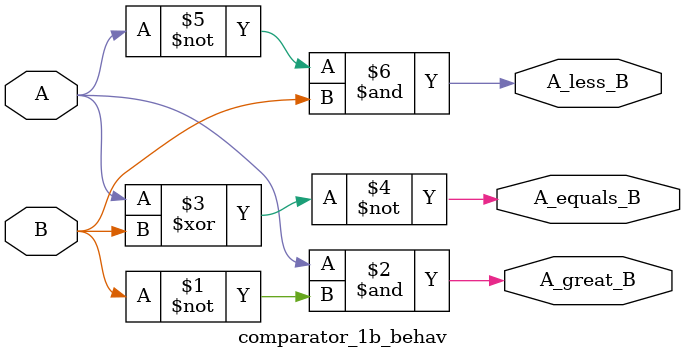
<source format=v>
`timescale 1ns / 1ps


module comparator_1b_behav(
    input A,B,
    output A_great_B,A_equals_B,A_less_B
    );
    
    
    assign A_great_B = (A & (~(B)));
    assign A_equals_B = ((~(A ^ B)));
    assign A_less_B = (~(A) & B);
    
endmodule

</source>
